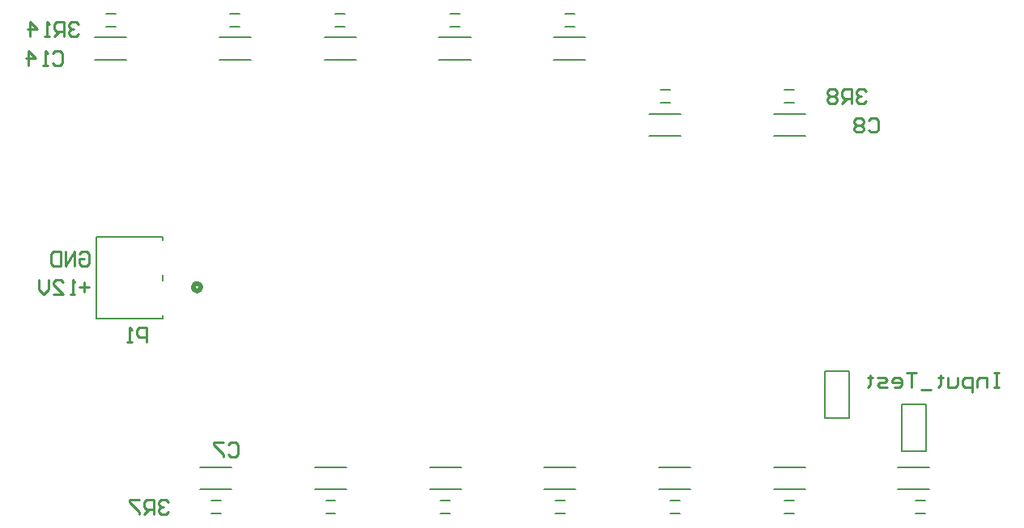
<source format=gbo>
G04*
G04 #@! TF.GenerationSoftware,Altium Limited,Altium Designer,20.2.6 (244)*
G04*
G04 Layer_Color=32896*
%FSLAX25Y25*%
%MOIN*%
G70*
G04*
G04 #@! TF.SameCoordinates,64BF088A-5C85-40E7-8DFC-21296B7CD10F*
G04*
G04*
G04 #@! TF.FilePolarity,Positive*
G04*
G01*
G75*
%ADD10C,0.00787*%
%ADD12C,0.01000*%
%ADD36C,0.02000*%
%ADD37C,0.00600*%
D10*
X463504Y201969D02*
Y214035D01*
Y209035D02*
Y221260D01*
X473504D01*
Y201969D02*
Y221260D01*
X463504Y201969D02*
X473504D01*
X167323Y363484D02*
X171260D01*
X167323Y368799D02*
X171260D01*
X162783Y349693D02*
X175800D01*
X162783Y358969D02*
X175800D01*
X446850Y331988D02*
X450787D01*
X446850Y337303D02*
X450787D01*
X500689Y162697D02*
X504626D01*
X500689Y168012D02*
X504626D01*
X493492Y181804D02*
X506508D01*
X493492Y172527D02*
X506508D01*
X210630Y168012D02*
X214567D01*
X210630Y162697D02*
X214567D01*
X206090Y172527D02*
X219107D01*
X206090Y181804D02*
X219107D01*
X213964Y358969D02*
X226981D01*
X213964Y349693D02*
X226981D01*
X218504Y368799D02*
X222441D01*
X218504Y363484D02*
X222441D01*
X257271Y358969D02*
X270288D01*
X257271Y349693D02*
X270288D01*
X261811Y368799D02*
X265748D01*
X261811Y363484D02*
X265748D01*
X304515Y358969D02*
X317532D01*
X304515Y349693D02*
X317532D01*
X309055Y368799D02*
X312992D01*
X309055Y363484D02*
X312992D01*
X351760Y358969D02*
X364776D01*
X351760Y349693D02*
X364776D01*
X356299Y368799D02*
X360236D01*
X356299Y363484D02*
X360236D01*
X391129Y327473D02*
X404146D01*
X391129Y318197D02*
X404146D01*
X395669Y337303D02*
X399606D01*
X395669Y331988D02*
X399606D01*
X442311Y327473D02*
X455327D01*
X442311Y318197D02*
X455327D01*
X446850Y162697D02*
X450787D01*
X446850Y168012D02*
X450787D01*
X442311Y181804D02*
X455327D01*
X442311Y172527D02*
X455327D01*
X399606Y162697D02*
X403543D01*
X399606Y168012D02*
X403543D01*
X395066Y181804D02*
X408083D01*
X395066Y172527D02*
X408083D01*
X352362Y162697D02*
X356299D01*
X352362Y168012D02*
X356299D01*
X347822Y181804D02*
X360839D01*
X347822Y172527D02*
X360839D01*
X305118Y162697D02*
X309055D01*
X305118Y168012D02*
X309055D01*
X300578Y181804D02*
X313595D01*
X300578Y172527D02*
X313595D01*
X257874Y162697D02*
X261811D01*
X257874Y168012D02*
X261811D01*
X253334Y181804D02*
X266351D01*
X253334Y172527D02*
X266351D01*
X495000Y188347D02*
X505000D01*
Y207638D01*
X495000D02*
X505000D01*
X495000Y195413D02*
Y207638D01*
Y188347D02*
Y200413D01*
D12*
X184039Y233283D02*
Y239187D01*
X181088D01*
X180104Y238203D01*
Y236235D01*
X181088Y235251D01*
X184039D01*
X178136Y233283D02*
X176168D01*
X177152D01*
Y239187D01*
X178136Y238203D01*
X156482Y269699D02*
X157466Y270683D01*
X159433D01*
X160417Y269699D01*
Y265763D01*
X159433Y264779D01*
X157466D01*
X156482Y265763D01*
Y267731D01*
X158449D01*
X154514Y264779D02*
Y270683D01*
X150578Y264779D01*
Y270683D01*
X148610D02*
Y264779D01*
X145658D01*
X144674Y265763D01*
Y269699D01*
X145658Y270683D01*
X148610D01*
X160417Y255920D02*
X156482D01*
X158449Y257888D02*
Y253952D01*
X154514Y252969D02*
X152546D01*
X153530D01*
Y258872D01*
X154514Y257888D01*
X145658Y252969D02*
X149594D01*
X145658Y256904D01*
Y257888D01*
X146642Y258872D01*
X148610D01*
X149594Y257888D01*
X143691Y258872D02*
Y254936D01*
X141723Y252969D01*
X139755Y254936D01*
Y258872D01*
X534865Y220534D02*
X532866D01*
X533866D01*
Y214536D01*
X534865D01*
X532866D01*
X529867D02*
Y218535D01*
X526868D01*
X525868Y217535D01*
Y214536D01*
X523869Y212537D02*
Y218535D01*
X520870D01*
X519870Y217535D01*
Y215536D01*
X520870Y214536D01*
X523869D01*
X517871Y218535D02*
Y215536D01*
X516871Y214536D01*
X513872D01*
Y218535D01*
X510873Y219534D02*
Y218535D01*
X511873D01*
X509873D01*
X510873D01*
Y215536D01*
X509873Y214536D01*
X506874Y213536D02*
X502876D01*
X500876Y220534D02*
X496878D01*
X498877D01*
Y214536D01*
X491879D02*
X493879D01*
X494878Y215536D01*
Y217535D01*
X493879Y218535D01*
X491879D01*
X490879Y217535D01*
Y216535D01*
X494878D01*
X488880Y214536D02*
X485881D01*
X484881Y215536D01*
X485881Y216535D01*
X487881D01*
X488880Y217535D01*
X487881Y218535D01*
X484881D01*
X481882Y219534D02*
Y218535D01*
X482882D01*
X480883D01*
X481882D01*
Y215536D01*
X480883Y214536D01*
X217535Y190976D02*
X218535Y191975D01*
X220534D01*
X221534Y190976D01*
Y186977D01*
X220534Y185977D01*
X218535D01*
X217535Y186977D01*
X215536Y191975D02*
X211537D01*
Y190976D01*
X215536Y186977D01*
Y185977D01*
X145231Y352393D02*
X146231Y353393D01*
X148230D01*
X149230Y352393D01*
Y348394D01*
X148230Y347395D01*
X146231D01*
X145231Y348394D01*
X143232Y347395D02*
X141232D01*
X142232D01*
Y353393D01*
X143232Y352393D01*
X135234Y347395D02*
Y353393D01*
X138233Y350394D01*
X134235D01*
X481315Y324834D02*
X482314Y325834D01*
X484314D01*
X485313Y324834D01*
Y320835D01*
X484314Y319836D01*
X482314D01*
X481315Y320835D01*
X479315Y324834D02*
X478316Y325834D01*
X476316D01*
X475317Y324834D01*
Y323834D01*
X476316Y322835D01*
X475317Y321835D01*
Y320835D01*
X476316Y319836D01*
X478316D01*
X479315Y320835D01*
Y321835D01*
X478316Y322835D01*
X479315Y323834D01*
Y324834D01*
X478316Y322835D02*
X476316D01*
X193037Y167354D02*
X192037Y168353D01*
X190038D01*
X189038Y167354D01*
Y166354D01*
X190038Y165354D01*
X191037D01*
X190038D01*
X189038Y164355D01*
Y163355D01*
X190038Y162355D01*
X192037D01*
X193037Y163355D01*
X187039Y162355D02*
Y168353D01*
X184040D01*
X183040Y167354D01*
Y165354D01*
X184040Y164355D01*
X187039D01*
X185039D02*
X183040Y162355D01*
X181041Y168353D02*
X177042D01*
Y167354D01*
X181041Y163355D01*
Y162355D01*
X156166Y364204D02*
X155166Y365204D01*
X153167D01*
X152167Y364204D01*
Y363204D01*
X153167Y362205D01*
X154166D01*
X153167D01*
X152167Y361205D01*
Y360205D01*
X153167Y359206D01*
X155166D01*
X156166Y360205D01*
X150168Y359206D02*
Y365204D01*
X147169D01*
X146169Y364204D01*
Y362205D01*
X147169Y361205D01*
X150168D01*
X148169D02*
X146169Y359206D01*
X144170D02*
X142170D01*
X143170D01*
Y365204D01*
X144170Y364204D01*
X136172Y359206D02*
Y365204D01*
X139171Y362205D01*
X135173D01*
X480438Y336645D02*
X479439Y337645D01*
X477439D01*
X476440Y336645D01*
Y335645D01*
X477439Y334646D01*
X478439D01*
X477439D01*
X476440Y333646D01*
Y332646D01*
X477439Y331647D01*
X479439D01*
X480438Y332646D01*
X474440Y331647D02*
Y337645D01*
X471441D01*
X470442Y336645D01*
Y334646D01*
X471441Y333646D01*
X474440D01*
X472441D02*
X470442Y331647D01*
X468442Y336645D02*
X467443Y337645D01*
X465443D01*
X464443Y336645D01*
Y335645D01*
X465443Y334646D01*
X464443Y333646D01*
Y332646D01*
X465443Y331647D01*
X467443D01*
X468442Y332646D01*
Y333646D01*
X467443Y334646D01*
X468442Y335645D01*
Y336645D01*
X467443Y334646D02*
X465443D01*
D36*
X206224Y255906D02*
X205873Y256870D01*
X204985Y257383D01*
X203974Y257205D01*
X203315Y256418D01*
Y255393D01*
X203974Y254607D01*
X204985Y254428D01*
X205873Y254941D01*
X206224Y255906D01*
D37*
X190815Y243143D02*
Y244355D01*
X163515Y276542D02*
X190815D01*
X163515Y243143D02*
Y276542D01*
Y243143D02*
X190815D01*
Y275330D02*
Y276542D01*
Y258681D02*
Y261004D01*
M02*

</source>
